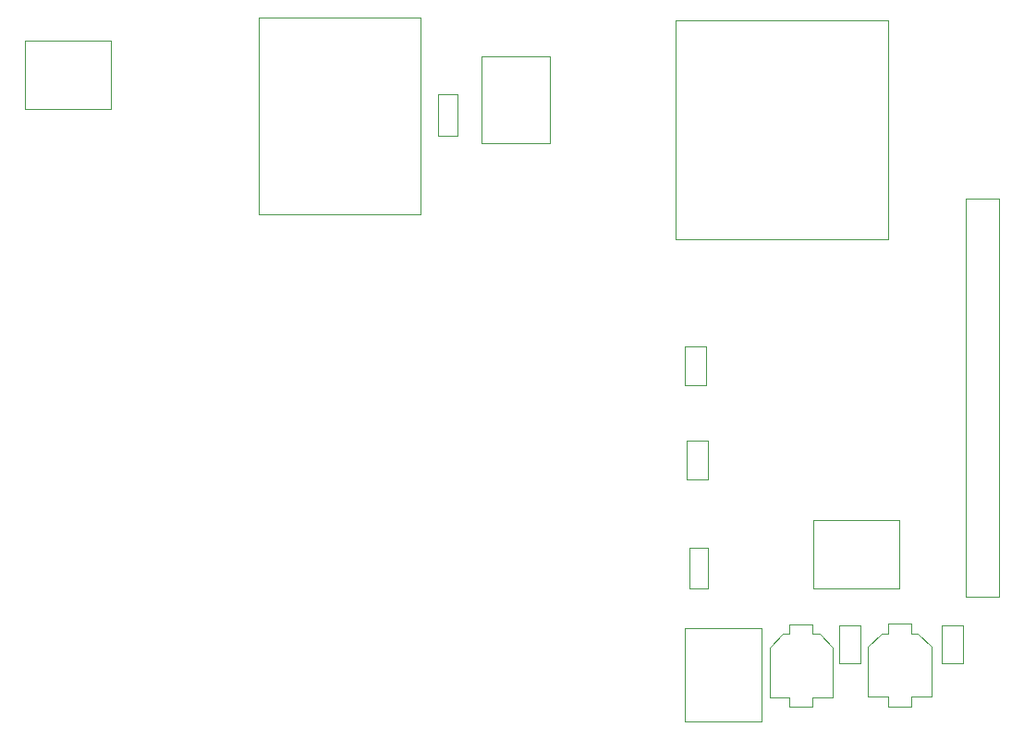
<source format=gbr>
G04*
G04 #@! TF.GenerationSoftware,Altium Limited,Altium Designer,24.1.2 (44)*
G04*
G04 Layer_Color=32768*
%FSLAX44Y44*%
%MOMM*%
G71*
G04*
G04 #@! TF.SameCoordinates,98FF00E1-DB16-4AB4-99D8-1D2B7C447DA4*
G04*
G04*
G04 #@! TF.FilePolarity,Positive*
G04*
G01*
G75*
%ADD85C,0.0500*%
D85*
X109720Y144870D02*
X304720D01*
X109720D02*
Y345910D01*
X304720D01*
Y144870D02*
Y345910D01*
X118645Y-296500D02*
X188695D01*
Y-211500D01*
X118645D02*
X188695D01*
X118645Y-296500D02*
Y-211500D01*
X-124120Y168140D02*
Y347980D01*
X-272120D02*
X-124120D01*
X-272120Y168140D02*
X-124120D01*
X-272120D02*
Y347980D01*
X315090Y-174760D02*
Y-112260D01*
X236090Y-174760D02*
X315090D01*
X236090D02*
Y-112260D01*
X315090D01*
X375960Y-182880D02*
Y182800D01*
X406360D01*
X375960Y-182880D02*
X406360D01*
Y182800D01*
X-90310Y240080D02*
Y278080D01*
X-107810D02*
X-90310D01*
X-107810Y240080D02*
Y278080D01*
Y240080D02*
X-90310D01*
X353390Y-208720D02*
X373050D01*
X353390Y-243820D02*
X373050D01*
Y-208720D01*
X353390Y-243820D02*
Y-208720D01*
X325460Y-216020D02*
X331710D01*
X343960Y-228270D01*
Y-274020D02*
Y-228270D01*
X325460Y-274020D02*
X343960D01*
X285960D02*
X304460D01*
X285960D02*
Y-228270D01*
X298210Y-216020D01*
X304460D01*
Y-207020D02*
X325460D01*
Y-216020D02*
Y-207020D01*
Y-283020D02*
Y-274020D01*
X304460Y-283020D02*
X325460D01*
X304460D02*
Y-274020D01*
Y-216020D02*
Y-207020D01*
X119710Y-74700D02*
X139370D01*
X119710Y-39600D02*
X139370D01*
X119710Y-74700D02*
Y-39600D01*
X139370Y-74700D02*
Y-39600D01*
X118440Y11660D02*
X138100D01*
X118440Y46760D02*
X138100D01*
X118440Y11660D02*
Y46760D01*
X138100Y11660D02*
Y46760D01*
X235290Y-216500D02*
X241540D01*
X253790Y-228750D01*
Y-274500D02*
Y-228750D01*
X235290Y-274500D02*
X253790D01*
X195790D02*
X214290D01*
X195790D02*
Y-228750D01*
X208040Y-216500D01*
X214290D01*
Y-207500D02*
X235290D01*
Y-216500D02*
Y-207500D01*
Y-283500D02*
Y-274500D01*
X214290Y-283500D02*
X235290D01*
X214290D02*
Y-274500D01*
Y-216500D02*
Y-207500D01*
X259410Y-208720D02*
X279070D01*
X259410Y-243820D02*
X279070D01*
Y-208720D01*
X259410Y-243820D02*
Y-208720D01*
X139560Y-175210D02*
Y-137210D01*
X122060D02*
X139560D01*
X122060Y-175210D02*
Y-137210D01*
Y-175210D02*
X139560D01*
X-68080Y233550D02*
X-5580D01*
X-68080D02*
Y312550D01*
X-5580D01*
Y233550D02*
Y312550D01*
X-486540Y264660D02*
Y327160D01*
X-407540D01*
Y264660D02*
Y327160D01*
X-486540Y264660D02*
X-407540D01*
M02*

</source>
